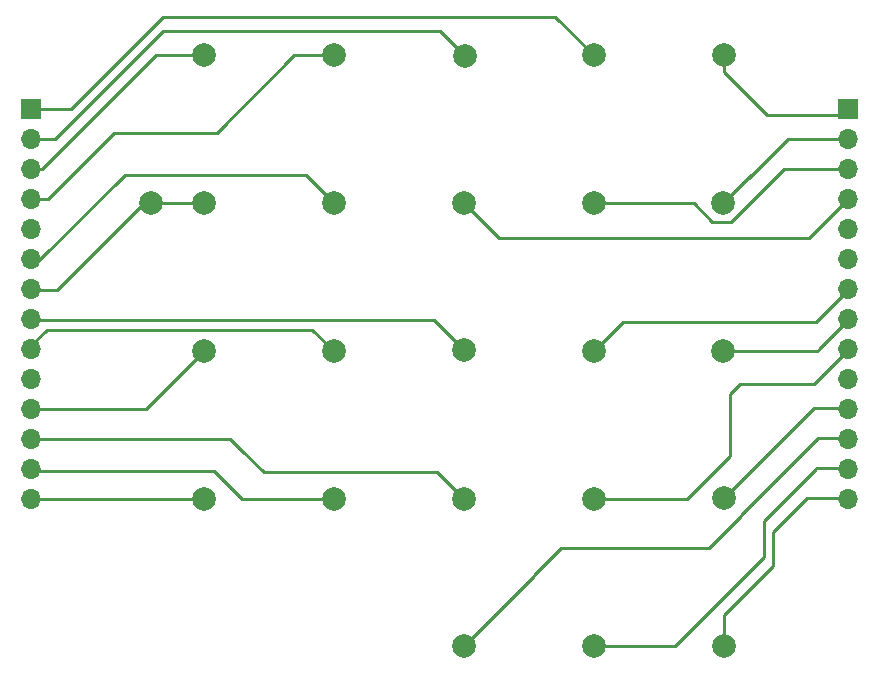
<source format=gbr>
%TF.GenerationSoftware,KiCad,Pcbnew,(6.0.2)*%
%TF.CreationDate,2024-01-19T20:32:51-05:00*%
%TF.ProjectId,top,746f702e-6b69-4636-9164-5f7063625858,rev?*%
%TF.SameCoordinates,Original*%
%TF.FileFunction,Copper,L1,Top*%
%TF.FilePolarity,Positive*%
%FSLAX46Y46*%
G04 Gerber Fmt 4.6, Leading zero omitted, Abs format (unit mm)*
G04 Created by KiCad (PCBNEW (6.0.2)) date 2024-01-19 20:32:51*
%MOMM*%
%LPD*%
G01*
G04 APERTURE LIST*
%TA.AperFunction,ComponentPad*%
%ADD10C,2.000000*%
%TD*%
%TA.AperFunction,ComponentPad*%
%ADD11R,1.700000X1.700000*%
%TD*%
%TA.AperFunction,ComponentPad*%
%ADD12O,1.700000X1.700000*%
%TD*%
%TA.AperFunction,Conductor*%
%ADD13C,0.250000*%
%TD*%
G04 APERTURE END LIST*
D10*
%TO.P,J8,1,Pin_1*%
%TO.N,Board_0-/top/GPIO_5*%
X172984940Y-98791100D03*
%TD*%
%TO.P,J4,1,Pin_1*%
%TO.N,Board_0-/top/GPIO_3*%
X151012400Y-111300600D03*
%TD*%
%TO.P,J7,1,Pin_1*%
%TO.N,Board_0-/top/GPIO_15*%
X151140940Y-73835600D03*
%TD*%
%TO.P,J12,1,Pin_1*%
%TO.N,Board_0-/top/GPIO_9*%
X172984940Y-86281600D03*
%TD*%
%TO.P,J24,1,Pin_1*%
%TO.N,Board_0-/top/GPIO_PLAY*%
X129017540Y-86256200D03*
%TD*%
%TO.P,J5,1,Pin_1*%
%TO.N,Board_0-/top/GPIO_2*%
X162012140Y-111275200D03*
%TD*%
%TO.P,J9,1,Pin_1*%
%TO.N,Board_0-/top/GPIO_6*%
X162012140Y-98778400D03*
%TD*%
%TO.P,J19,1,Pin_1*%
%TO.N,Board_0-/top/GPIO_SOUND*%
X173010340Y-123772000D03*
%TD*%
%TO.P,J18,1,Pin_1*%
%TO.N,Board_0-/top/GPIO_WRITE*%
X129042940Y-73759400D03*
%TD*%
%TO.P,J23,1,Pin_1*%
%TO.N,Board_0-/top/GPIO_FX*%
X128992140Y-98778400D03*
%TD*%
%TO.P,J22,1,Pin_1*%
%TO.N,Board_0-/top/GPIO_4*%
X139990340Y-111275200D03*
%TD*%
%TO.P,J25,1,Pin_1*%
%TO.N,Board_0-/top/GPIO_16*%
X139990340Y-73759400D03*
%TD*%
D11*
%TO.P,J29,1,Pin_1*%
%TO.N,Board_0-/top/GPIO_13*%
X183552400Y-78300000D03*
D12*
%TO.P,J29,2,Pin_2*%
%TO.N,Board_0-/top/GPIO_9*%
X183552400Y-80840000D03*
%TO.P,J29,3,Pin_3*%
%TO.N,Board_0-/top/GPIO_10*%
X183552400Y-83380000D03*
%TO.P,J29,4,Pin_4*%
%TO.N,Board_0-/top/GPIO_11*%
X183552400Y-85920000D03*
%TO.P,J29,5,Pin_5*%
%TO.N,Board_0-unconnected-(J29-Pad5)*%
X183552400Y-88460000D03*
%TO.P,J29,6,Pin_6*%
%TO.N,Board_0-/GND*%
X183552400Y-91000000D03*
%TO.P,J29,7,Pin_7*%
%TO.N,Board_0-/top/GPIO_6*%
X183552400Y-93540000D03*
%TO.P,J29,8,Pin_8*%
%TO.N,Board_0-/top/GPIO_5*%
X183552400Y-96080000D03*
%TO.P,J29,9,Pin_9*%
%TO.N,Board_0-/top/GPIO_2*%
X183552400Y-98620000D03*
%TO.P,J29,10,Pin_10*%
%TO.N,Board_0-unconnected-(J29-Pad10)*%
X183552400Y-101160000D03*
%TO.P,J29,11,Pin_11*%
%TO.N,Board_0-/top/GPIO_1*%
X183552400Y-103700000D03*
%TO.P,J29,12,Pin_12*%
%TO.N,Board_0-/top/GPIO_BPM*%
X183552400Y-106240000D03*
%TO.P,J29,13,Pin_13*%
%TO.N,Board_0-/top/GIPO_PATTERN*%
X183552400Y-108780000D03*
%TO.P,J29,14,Pin_14*%
%TO.N,Board_0-/top/GPIO_SOUND*%
X183552400Y-111320000D03*
%TD*%
D10*
%TO.P,J14,1,Pin_1*%
%TO.N,Board_0-/top/GPIO_12*%
X140015740Y-86256200D03*
%TD*%
%TO.P,J33,1,Pin_1*%
%TO.N,Board_0-/top/GPIO_PLAY*%
X124502400Y-86250000D03*
%TD*%
%TO.P,J11,1,Pin_1*%
%TO.N,Board_0-/top/GPIO_8*%
X139990340Y-98778400D03*
%TD*%
D11*
%TO.P,J30,1,Pin_1*%
%TO.N,Board_0-/top/GPIO_14*%
X114352400Y-78300000D03*
D12*
%TO.P,J30,2,Pin_2*%
%TO.N,Board_0-/top/GPIO_15*%
X114352400Y-80840000D03*
%TO.P,J30,3,Pin_3*%
%TO.N,Board_0-/top/GPIO_WRITE*%
X114352400Y-83380000D03*
%TO.P,J30,4,Pin_4*%
%TO.N,Board_0-/top/GPIO_16*%
X114352400Y-85920000D03*
%TO.P,J30,5,Pin_5*%
%TO.N,Board_0-unconnected-(J30-Pad5)*%
X114352400Y-88460000D03*
%TO.P,J30,6,Pin_6*%
%TO.N,Board_0-/top/GPIO_12*%
X114352400Y-91000000D03*
%TO.P,J30,7,Pin_7*%
%TO.N,Board_0-/top/GPIO_PLAY*%
X114352400Y-93540000D03*
%TO.P,J30,8,Pin_8*%
%TO.N,Board_0-/top/GPIO_7*%
X114352400Y-96080000D03*
%TO.P,J30,9,Pin_9*%
%TO.N,Board_0-/top/GPIO_8*%
X114352400Y-98620000D03*
%TO.P,J30,10,Pin_10*%
%TO.N,Board_0-unconnected-(J30-Pad10)*%
X114352400Y-101160000D03*
%TO.P,J30,11,Pin_11*%
%TO.N,Board_0-/top/GPIO_FX*%
X114352400Y-103700000D03*
%TO.P,J30,12,Pin_12*%
%TO.N,Board_0-/top/GPIO_3*%
X114352400Y-106240000D03*
%TO.P,J30,13,Pin_13*%
%TO.N,Board_0-/top/GPIO_4*%
X114352400Y-108780000D03*
%TO.P,J30,14,Pin_14*%
%TO.N,Board_0-/top/GPIO_SPECIAL*%
X114352400Y-111320000D03*
%TD*%
D10*
%TO.P,J28,1,Pin_1*%
%TO.N,Board_0-/top/GPIO_11*%
X151013940Y-86281600D03*
%TD*%
%TO.P,J16,1,Pin_1*%
%TO.N,Board_0-/top/GPIO_14*%
X161986740Y-73734000D03*
%TD*%
%TO.P,J10,1,Pin_1*%
%TO.N,Board_0-/top/GPIO_7*%
X151013940Y-98727600D03*
%TD*%
%TO.P,J6,1,Pin_1*%
%TO.N,Board_0-/top/GPIO_1*%
X173010340Y-111249800D03*
%TD*%
%TO.P,J21,1,Pin_1*%
%TO.N,Board_0-/top/GPIO_BPM*%
X151013940Y-123746600D03*
%TD*%
%TO.P,J20,1,Pin_1*%
%TO.N,Board_0-/top/GIPO_PATTERN*%
X161986740Y-123772000D03*
%TD*%
%TO.P,J15,1,Pin_1*%
%TO.N,Board_0-/top/GPIO_SPECIAL*%
X128988000Y-111300600D03*
%TD*%
%TO.P,J17,1,Pin_1*%
%TO.N,Board_0-/top/GPIO_13*%
X173010340Y-73759400D03*
%TD*%
%TO.P,J13,1,Pin_1*%
%TO.N,Board_0-/top/GPIO_10*%
X162007060Y-86281600D03*
%TD*%
D13*
%TO.N,Board_0-/top/GIPO_PATTERN*%
X176413940Y-116231603D02*
X176413940Y-113154800D01*
X183552400Y-108730000D02*
X180838740Y-108730000D01*
X176413940Y-113154800D02*
X180810570Y-108758170D01*
X161986740Y-123772000D02*
X168873543Y-123772000D01*
X168873543Y-123772000D02*
X176413940Y-116231603D01*
X180838740Y-108730000D02*
X180810570Y-108758170D01*
%TO.N,Board_0-/top/GPIO_1*%
X173010340Y-111249800D02*
X180456270Y-103803870D01*
X180610140Y-103650000D02*
X180456270Y-103803870D01*
X183552400Y-103650000D02*
X180610140Y-103650000D01*
%TO.N,Board_0-/top/GPIO_10*%
X173627543Y-87821999D02*
X172026938Y-87821999D01*
X170486539Y-86281600D02*
X170264615Y-86281600D01*
X172026938Y-87821999D02*
X170486539Y-86281600D01*
X183779940Y-83386000D02*
X178090340Y-83386000D01*
X176083740Y-85392600D02*
X176056942Y-85392600D01*
X176056942Y-85392600D02*
X173627543Y-87821999D01*
X178090340Y-83386000D02*
X176083740Y-85392600D01*
X170264615Y-86281600D02*
X162007060Y-86281600D01*
%TO.N,Board_0-/top/GPIO_11*%
X151013940Y-86281600D02*
X153982340Y-89250000D01*
X180252740Y-89250000D02*
X183551340Y-85951400D01*
X153982340Y-89250000D02*
X180252740Y-89250000D01*
%TO.N,Board_0-/top/GPIO_12*%
X115055340Y-91107600D02*
X114310940Y-91107600D01*
X137609540Y-83850000D02*
X122312940Y-83850000D01*
X140015740Y-86256200D02*
X137609540Y-83850000D01*
X122312940Y-83850000D02*
X115055340Y-91107600D01*
%TO.N,Board_0-/top/GPIO_13*%
X183076730Y-78806010D02*
X183551340Y-78331400D01*
X176642737Y-78806010D02*
X183076730Y-78806010D01*
X173010340Y-73759400D02*
X173010340Y-75173613D01*
X173010340Y-75173613D02*
X176642737Y-78806010D01*
%TO.N,Board_0-/top/GPIO_14*%
X117721800Y-78280600D02*
X125502400Y-70500000D01*
X125502400Y-70500000D02*
X158752740Y-70500000D01*
X114336340Y-78280600D02*
X117721800Y-78280600D01*
X158752740Y-70500000D02*
X161986740Y-73734000D01*
%TO.N,Board_0-/top/GPIO_15*%
X116393740Y-80820600D02*
X116749340Y-80465000D01*
X114336340Y-80820600D02*
X116393740Y-80820600D01*
X116749340Y-80465000D02*
X125533370Y-71680970D01*
X125533370Y-71680970D02*
X148986310Y-71680970D01*
X148986310Y-71680970D02*
X151140940Y-73835600D01*
X116596940Y-80617400D02*
X116749340Y-80465000D01*
%TO.N,Board_0-/top/GPIO_16*%
X114336340Y-85900600D02*
X115834940Y-85900600D01*
X115834940Y-85900600D02*
X121422940Y-80312600D01*
X136637540Y-73759400D02*
X139990340Y-73759400D01*
X130084340Y-80312600D02*
X136637540Y-73759400D01*
X121422940Y-80312600D02*
X130084340Y-80312600D01*
%TO.N,Board_0-/top/GPIO_2*%
X180681140Y-101597800D02*
X183551340Y-98727600D01*
X173543740Y-104264800D02*
X173543740Y-103909200D01*
X173543740Y-103909200D02*
X173543740Y-102410600D01*
X162012140Y-111275200D02*
X169911540Y-111275200D01*
X169911540Y-111275200D02*
X173543740Y-107643000D01*
X173543740Y-107643000D02*
X173543740Y-103909200D01*
X174356540Y-101597800D02*
X180681140Y-101597800D01*
X173543740Y-102410600D02*
X174356540Y-101597800D01*
%TO.N,Board_0-/top/GPIO_3*%
X114352400Y-106240000D02*
X131242400Y-106240000D01*
X131242400Y-106240000D02*
X132227400Y-107225000D01*
X148761800Y-109050000D02*
X151012400Y-111300600D01*
X134052400Y-109050000D02*
X148761800Y-109050000D01*
X132227400Y-107225000D02*
X134052400Y-109050000D01*
%TO.N,Board_0-/top/GPIO_4*%
X114285540Y-108074800D02*
X115135539Y-108924799D01*
X115135539Y-108924799D02*
X129827199Y-108924799D01*
X132177600Y-111275200D02*
X139990340Y-111275200D01*
X129827199Y-108924799D02*
X132177600Y-111275200D01*
%TO.N,Board_0-/top/GPIO_5*%
X180947840Y-98791100D02*
X181086270Y-98652670D01*
X172984940Y-98791100D02*
X180947840Y-98791100D01*
X181086270Y-98652670D02*
X183551340Y-96187600D01*
%TO.N,Board_0-/top/GPIO_6*%
X163486301Y-97316099D02*
X164452400Y-96350000D01*
X163474441Y-97316099D02*
X163486301Y-97316099D01*
X164452400Y-96350000D02*
X180848940Y-96350000D01*
X180848940Y-96350000D02*
X183551340Y-93647600D01*
X162012140Y-98778400D02*
X163474441Y-97316099D01*
%TO.N,Board_0-/top/GPIO_7*%
X148473940Y-96187600D02*
X114310940Y-96187600D01*
X151013940Y-98727600D02*
X148473940Y-96187600D01*
%TO.N,Board_0-/top/GPIO_8*%
X139990340Y-98778400D02*
X138186940Y-96975000D01*
X114285540Y-98397400D02*
X115707940Y-96975000D01*
X115707940Y-96975000D02*
X138186940Y-96975000D01*
%TO.N,Board_0-/top/GPIO_9*%
X181417740Y-80846000D02*
X183779940Y-80846000D01*
X175169340Y-84122600D02*
X175367460Y-83924480D01*
X175342060Y-83924480D02*
X175367460Y-83924480D01*
X172984940Y-86281600D02*
X175342060Y-83924480D01*
X178445940Y-80846000D02*
X181417740Y-80846000D01*
X175367460Y-83924480D02*
X178445940Y-80846000D01*
X175143940Y-84122600D02*
X175169340Y-84122600D01*
%TO.N,Board_0-/top/GPIO_BPM*%
X156915422Y-117786978D02*
X159252400Y-115450000D01*
X180965740Y-106190000D02*
X180879070Y-106276670D01*
X171752400Y-115450000D02*
X174479070Y-112723330D01*
X174479070Y-112676670D02*
X180879070Y-106276670D01*
X183552400Y-106190000D02*
X180965740Y-106190000D01*
X151013940Y-123746600D02*
X156915422Y-117845118D01*
X156915422Y-117845118D02*
X156915422Y-117786978D01*
X159252400Y-115450000D02*
X171752400Y-115450000D01*
X174356540Y-112799200D02*
X174479070Y-112676670D01*
X174479070Y-112723330D02*
X174479070Y-112676670D01*
%TO.N,Board_0-/top/GPIO_FX*%
X128318739Y-98104999D02*
X128992140Y-98778400D01*
X124070540Y-103700000D02*
X128992140Y-98778400D01*
X114352400Y-103700000D02*
X124070540Y-103700000D01*
%TO.N,Board_0-/top/GPIO_PLAY*%
X116571540Y-93647600D02*
X123962940Y-86256200D01*
X123962940Y-86256200D02*
X129017540Y-86256200D01*
X114310940Y-93647600D02*
X116571540Y-93647600D01*
%TO.N,Board_0-/top/GPIO_SOUND*%
X183552400Y-111270000D02*
X180025940Y-111270000D01*
X173010340Y-121144434D02*
X177144857Y-117009917D01*
X177144857Y-117009917D02*
X177144857Y-114151083D01*
X180025940Y-111270000D02*
X179899170Y-111396770D01*
X177144857Y-114151083D02*
X179899170Y-111396770D01*
X176913950Y-117240825D02*
X177144857Y-117009917D01*
X173010340Y-123772000D02*
X173010340Y-121144434D01*
%TO.N,Board_0-/top/GPIO_SPECIAL*%
X114352400Y-111320000D02*
X128968600Y-111320000D01*
X128968600Y-111320000D02*
X128988000Y-111300600D01*
X128484140Y-110614800D02*
X129169940Y-111300600D01*
%TO.N,Board_0-/top/GPIO_WRITE*%
X124911021Y-73759400D02*
X129042940Y-73759400D01*
X115513021Y-83157400D02*
X115610480Y-83059940D01*
X115610480Y-83059940D02*
X124911021Y-73759400D01*
X115309820Y-83360600D02*
X115610480Y-83059940D01*
X114336340Y-83360600D02*
X115309820Y-83360600D01*
%TD*%
M02*

</source>
